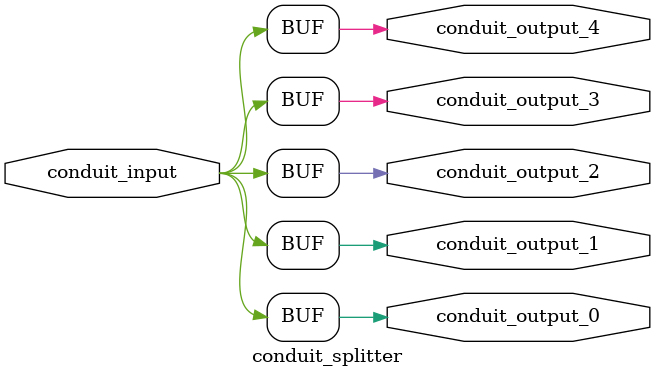
<source format=v>


`timescale 1 ns / 1 ns

(* altera_attribute = "-name IP_TOOL_NAME conduit_splitter; -name IP_TOOL_VERSION 13.0" *)

module conduit_splitter
#(
    parameter OUTPUT_NUM = 2
)
(
    input conduit_input,
    output conduit_output_0,
    output conduit_output_1,
    output conduit_output_2,
    output conduit_output_3,
    output conduit_output_4
);

generate 
    assign conduit_output_0 = conduit_input;
    assign conduit_output_1 = conduit_input;
    assign conduit_output_2 = conduit_input;
    assign conduit_output_3 = conduit_input;
    assign conduit_output_4 = conduit_input;
endgenerate
endmodule

</source>
